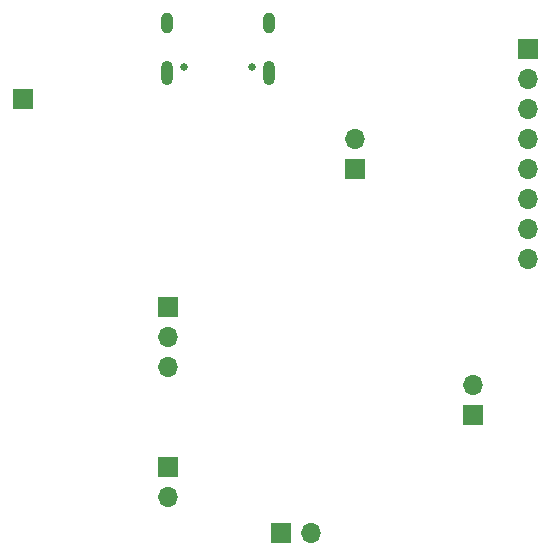
<source format=gbr>
%TF.GenerationSoftware,KiCad,Pcbnew,(6.0.10)*%
%TF.CreationDate,2023-04-05T20:35:32-05:00*%
%TF.ProjectId,445_PD,3434355f-5044-42e6-9b69-6361645f7063,rev?*%
%TF.SameCoordinates,Original*%
%TF.FileFunction,Soldermask,Bot*%
%TF.FilePolarity,Negative*%
%FSLAX46Y46*%
G04 Gerber Fmt 4.6, Leading zero omitted, Abs format (unit mm)*
G04 Created by KiCad (PCBNEW (6.0.10)) date 2023-04-05 20:35:32*
%MOMM*%
%LPD*%
G01*
G04 APERTURE LIST*
%ADD10R,1.700000X1.700000*%
%ADD11O,1.700000X1.700000*%
%ADD12C,0.650000*%
%ADD13O,1.000000X1.800000*%
%ADD14O,1.000000X2.100000*%
G04 APERTURE END LIST*
D10*
%TO.C,J8*%
X183032400Y-72557400D03*
D11*
X183032400Y-75097400D03*
X183032400Y-77637400D03*
X183032400Y-80177400D03*
X183032400Y-82717400D03*
X183032400Y-85257400D03*
X183032400Y-87797400D03*
X183032400Y-90337400D03*
%TD*%
D10*
%TO.C,J7*%
X152552400Y-94452200D03*
D11*
X152552400Y-96992200D03*
X152552400Y-99532200D03*
%TD*%
D10*
%TO.C,J6*%
X140309600Y-76860400D03*
%TD*%
%TO.C,J5*%
X168402000Y-82758200D03*
D11*
X168402000Y-80218200D03*
%TD*%
D10*
%TO.C,J4*%
X162148600Y-113538000D03*
D11*
X164688600Y-113538000D03*
%TD*%
D10*
%TO.C,J3*%
X178358800Y-103586200D03*
D11*
X178358800Y-101046200D03*
%TD*%
D10*
%TO.C,J2*%
X152603200Y-107995800D03*
D11*
X152603200Y-110535800D03*
%TD*%
D12*
%TO.C,J1*%
X153929600Y-74080600D03*
X159709600Y-74080600D03*
D13*
X161139600Y-70400600D03*
D14*
X152499600Y-74580600D03*
D13*
X152499600Y-70400600D03*
D14*
X161139600Y-74580600D03*
%TD*%
M02*

</source>
